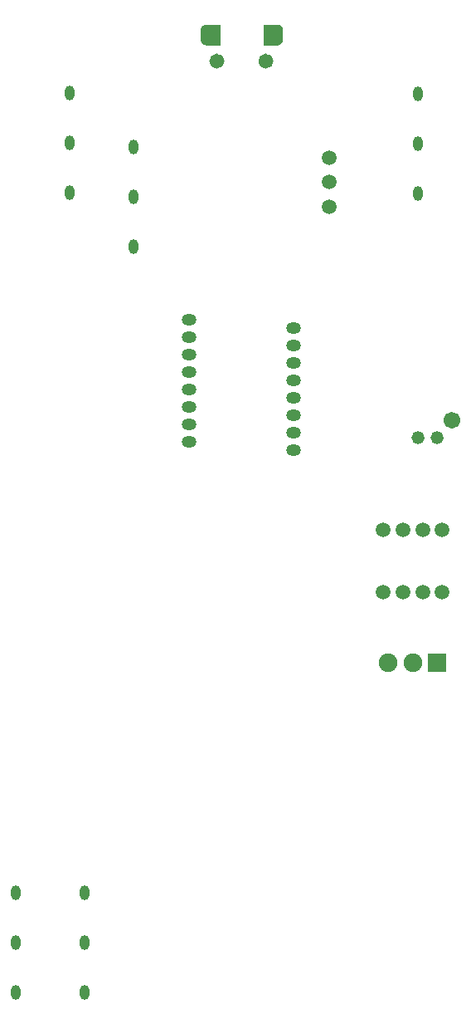
<source format=gbr>
%TF.GenerationSoftware,KiCad,Pcbnew,7.0.7*%
%TF.CreationDate,2023-11-24T19:36:33-07:00*%
%TF.ProjectId,mouse,6d6f7573-652e-46b6-9963-61645f706362,rev?*%
%TF.SameCoordinates,Original*%
%TF.FileFunction,Soldermask,Bot*%
%TF.FilePolarity,Negative*%
%FSLAX46Y46*%
G04 Gerber Fmt 4.6, Leading zero omitted, Abs format (unit mm)*
G04 Created by KiCad (PCBNEW 7.0.7) date 2023-11-24 19:36:33*
%MOMM*%
%LPD*%
G01*
G04 APERTURE LIST*
%ADD10C,0.010000*%
%ADD11C,0.788500*%
%ADD12C,1.500000*%
%ADD13O,1.000000X1.500000*%
%ADD14O,1.500000X1.200000*%
%ADD15C,1.320800*%
%ADD16C,1.701800*%
%ADD17R,1.900000X1.900000*%
%ADD18C,1.900000*%
G04 APERTURE END LIST*
%TO.C,J5*%
D10*
X79829000Y-20887000D02*
X79859000Y-20890000D01*
X79888000Y-20893000D01*
X79917000Y-20899000D01*
X79946000Y-20906000D01*
X79974000Y-20914000D01*
X80002000Y-20924000D01*
X80029000Y-20935000D01*
X80056000Y-20948000D01*
X80082000Y-20962000D01*
X80107000Y-20977000D01*
X80131000Y-20994000D01*
X80155000Y-21012000D01*
X80177000Y-21031000D01*
X80198000Y-21052000D01*
X80219000Y-21073000D01*
X80238000Y-21095000D01*
X80256000Y-21119000D01*
X80273000Y-21143000D01*
X80288000Y-21168000D01*
X80302000Y-21194000D01*
X80315000Y-21221000D01*
X80326000Y-21248000D01*
X80336000Y-21276000D01*
X80344000Y-21304000D01*
X80351000Y-21333000D01*
X80357000Y-21362000D01*
X80360000Y-21391000D01*
X80363000Y-21421000D01*
X80363000Y-21450000D01*
X80363000Y-22350000D01*
X80363000Y-22379000D01*
X80360000Y-22409000D01*
X80357000Y-22438000D01*
X80351000Y-22467000D01*
X80344000Y-22496000D01*
X80336000Y-22524000D01*
X80326000Y-22552000D01*
X80315000Y-22579000D01*
X80302000Y-22606000D01*
X80288000Y-22632000D01*
X80273000Y-22657000D01*
X80256000Y-22681000D01*
X80238000Y-22705000D01*
X80219000Y-22727000D01*
X80198000Y-22748000D01*
X80177000Y-22769000D01*
X80155000Y-22788000D01*
X80131000Y-22806000D01*
X80107000Y-22823000D01*
X80082000Y-22838000D01*
X80056000Y-22852000D01*
X80029000Y-22865000D01*
X80002000Y-22876000D01*
X79974000Y-22886000D01*
X79946000Y-22894000D01*
X79917000Y-22901000D01*
X79888000Y-22907000D01*
X79859000Y-22910000D01*
X79829000Y-22913000D01*
X79800000Y-22913000D01*
X78436000Y-22913000D01*
X78436000Y-20886000D01*
X78436500Y-20886500D01*
X79800000Y-20886000D01*
X79829000Y-20887000D01*
G36*
X79829000Y-20887000D02*
G01*
X79859000Y-20890000D01*
X79888000Y-20893000D01*
X79917000Y-20899000D01*
X79946000Y-20906000D01*
X79974000Y-20914000D01*
X80002000Y-20924000D01*
X80029000Y-20935000D01*
X80056000Y-20948000D01*
X80082000Y-20962000D01*
X80107000Y-20977000D01*
X80131000Y-20994000D01*
X80155000Y-21012000D01*
X80177000Y-21031000D01*
X80198000Y-21052000D01*
X80219000Y-21073000D01*
X80238000Y-21095000D01*
X80256000Y-21119000D01*
X80273000Y-21143000D01*
X80288000Y-21168000D01*
X80302000Y-21194000D01*
X80315000Y-21221000D01*
X80326000Y-21248000D01*
X80336000Y-21276000D01*
X80344000Y-21304000D01*
X80351000Y-21333000D01*
X80357000Y-21362000D01*
X80360000Y-21391000D01*
X80363000Y-21421000D01*
X80363000Y-21450000D01*
X80363000Y-22350000D01*
X80363000Y-22379000D01*
X80360000Y-22409000D01*
X80357000Y-22438000D01*
X80351000Y-22467000D01*
X80344000Y-22496000D01*
X80336000Y-22524000D01*
X80326000Y-22552000D01*
X80315000Y-22579000D01*
X80302000Y-22606000D01*
X80288000Y-22632000D01*
X80273000Y-22657000D01*
X80256000Y-22681000D01*
X80238000Y-22705000D01*
X80219000Y-22727000D01*
X80198000Y-22748000D01*
X80177000Y-22769000D01*
X80155000Y-22788000D01*
X80131000Y-22806000D01*
X80107000Y-22823000D01*
X80082000Y-22838000D01*
X80056000Y-22852000D01*
X80029000Y-22865000D01*
X80002000Y-22876000D01*
X79974000Y-22886000D01*
X79946000Y-22894000D01*
X79917000Y-22901000D01*
X79888000Y-22907000D01*
X79859000Y-22910000D01*
X79829000Y-22913000D01*
X79800000Y-22913000D01*
X78436000Y-22913000D01*
X78436000Y-20886000D01*
X78436500Y-20886500D01*
X79800000Y-20886000D01*
X79829000Y-20887000D01*
G37*
X73964000Y-22913000D02*
X72600000Y-22913000D01*
X72571000Y-22913000D01*
X72541000Y-22910000D01*
X72512000Y-22907000D01*
X72483000Y-22901000D01*
X72454000Y-22894000D01*
X72426000Y-22886000D01*
X72398000Y-22876000D01*
X72371000Y-22865000D01*
X72344000Y-22852000D01*
X72318000Y-22838000D01*
X72293000Y-22823000D01*
X72269000Y-22806000D01*
X72245000Y-22788000D01*
X72223000Y-22769000D01*
X72202000Y-22748000D01*
X72181000Y-22727000D01*
X72162000Y-22705000D01*
X72144000Y-22681000D01*
X72127000Y-22657000D01*
X72112000Y-22632000D01*
X72098000Y-22606000D01*
X72085000Y-22579000D01*
X72074000Y-22552000D01*
X72064000Y-22524000D01*
X72056000Y-22496000D01*
X72049000Y-22467000D01*
X72043000Y-22438000D01*
X72040000Y-22409000D01*
X72037000Y-22379000D01*
X72037000Y-22350000D01*
X72037000Y-21450000D01*
X72037000Y-21421000D01*
X72040000Y-21391000D01*
X72043000Y-21362000D01*
X72049000Y-21333000D01*
X72056000Y-21304000D01*
X72064000Y-21276000D01*
X72074000Y-21248000D01*
X72085000Y-21221000D01*
X72098000Y-21194000D01*
X72112000Y-21168000D01*
X72127000Y-21143000D01*
X72144000Y-21119000D01*
X72162000Y-21095000D01*
X72181000Y-21073000D01*
X72202000Y-21052000D01*
X72223000Y-21031000D01*
X72245000Y-21012000D01*
X72269000Y-20994000D01*
X72293000Y-20977000D01*
X72318000Y-20962000D01*
X72344000Y-20948000D01*
X72371000Y-20935000D01*
X72398000Y-20924000D01*
X72426000Y-20914000D01*
X72454000Y-20906000D01*
X72483000Y-20899000D01*
X72512000Y-20893000D01*
X72541000Y-20890000D01*
X72571000Y-20887000D01*
X72600000Y-20886000D01*
X73963500Y-20886500D01*
X73964000Y-20886000D01*
X73964000Y-22913000D01*
G36*
X73964000Y-22913000D02*
G01*
X72600000Y-22913000D01*
X72571000Y-22913000D01*
X72541000Y-22910000D01*
X72512000Y-22907000D01*
X72483000Y-22901000D01*
X72454000Y-22894000D01*
X72426000Y-22886000D01*
X72398000Y-22876000D01*
X72371000Y-22865000D01*
X72344000Y-22852000D01*
X72318000Y-22838000D01*
X72293000Y-22823000D01*
X72269000Y-22806000D01*
X72245000Y-22788000D01*
X72223000Y-22769000D01*
X72202000Y-22748000D01*
X72181000Y-22727000D01*
X72162000Y-22705000D01*
X72144000Y-22681000D01*
X72127000Y-22657000D01*
X72112000Y-22632000D01*
X72098000Y-22606000D01*
X72085000Y-22579000D01*
X72074000Y-22552000D01*
X72064000Y-22524000D01*
X72056000Y-22496000D01*
X72049000Y-22467000D01*
X72043000Y-22438000D01*
X72040000Y-22409000D01*
X72037000Y-22379000D01*
X72037000Y-22350000D01*
X72037000Y-21450000D01*
X72037000Y-21421000D01*
X72040000Y-21391000D01*
X72043000Y-21362000D01*
X72049000Y-21333000D01*
X72056000Y-21304000D01*
X72064000Y-21276000D01*
X72074000Y-21248000D01*
X72085000Y-21221000D01*
X72098000Y-21194000D01*
X72112000Y-21168000D01*
X72127000Y-21143000D01*
X72144000Y-21119000D01*
X72162000Y-21095000D01*
X72181000Y-21073000D01*
X72202000Y-21052000D01*
X72223000Y-21031000D01*
X72245000Y-21012000D01*
X72269000Y-20994000D01*
X72293000Y-20977000D01*
X72318000Y-20962000D01*
X72344000Y-20948000D01*
X72371000Y-20935000D01*
X72398000Y-20924000D01*
X72426000Y-20914000D01*
X72454000Y-20906000D01*
X72483000Y-20899000D01*
X72512000Y-20893000D01*
X72541000Y-20890000D01*
X72571000Y-20887000D01*
X72600000Y-20886000D01*
X73963500Y-20886500D01*
X73964000Y-20886000D01*
X73964000Y-22913000D01*
G37*
D11*
X74094250Y-24600000D02*
G75*
G03*
X74094250Y-24600000I-394250J0D01*
G01*
X79094250Y-24600000D02*
G75*
G03*
X79094250Y-24600000I-394250J0D01*
G01*
%TD*%
D12*
%TO.C,J3*%
X90700000Y-78780000D03*
X92700000Y-78780000D03*
X94700000Y-78780000D03*
X96700000Y-78780000D03*
%TD*%
D13*
%TO.C,MMB1*%
X65200000Y-33370000D03*
X65200000Y-38450000D03*
X65200000Y-43530000D03*
%TD*%
D12*
%TO.C,ENC1*%
X85200000Y-39450000D03*
X85200000Y-36950000D03*
X85200000Y-34450000D03*
%TD*%
D13*
%TO.C,LMB1*%
X58700000Y-27870000D03*
X58700000Y-32950000D03*
X58700000Y-38030000D03*
%TD*%
%TO.C,RMB1*%
X94200000Y-27940000D03*
X94200000Y-33020000D03*
X94200000Y-38100000D03*
%TD*%
D12*
%TO.C,J1*%
X90700000Y-72430000D03*
X92700000Y-72430000D03*
X94700000Y-72430000D03*
X96700000Y-72430000D03*
%TD*%
D14*
%TO.C,PAW1*%
X70850000Y-50950000D03*
X70850000Y-52730000D03*
X70850000Y-54510000D03*
X70850000Y-56290000D03*
X70850000Y-58070000D03*
X70850000Y-59850000D03*
X70850000Y-61630000D03*
X70850000Y-63410000D03*
X81550000Y-64300000D03*
X81550000Y-62520000D03*
X81550000Y-60740000D03*
X81550000Y-58960000D03*
X81550000Y-57180000D03*
X81550000Y-55400000D03*
X81550000Y-53620000D03*
X81550000Y-51840000D03*
%TD*%
D13*
%TO.C,SMB5*%
X53200000Y-109370000D03*
X53200000Y-114450000D03*
X53200000Y-119530000D03*
%TD*%
%TO.C,SMB4*%
X60200000Y-119530000D03*
X60200000Y-114450000D03*
X60200000Y-109370000D03*
%TD*%
D15*
%TO.C,J2*%
X96200002Y-62950000D03*
X94200000Y-62950000D03*
D16*
X97700001Y-61250000D03*
%TD*%
D17*
%TO.C,S4*%
X96200000Y-85950000D03*
D18*
X93700000Y-85950000D03*
X91200000Y-85950000D03*
%TD*%
M02*

</source>
